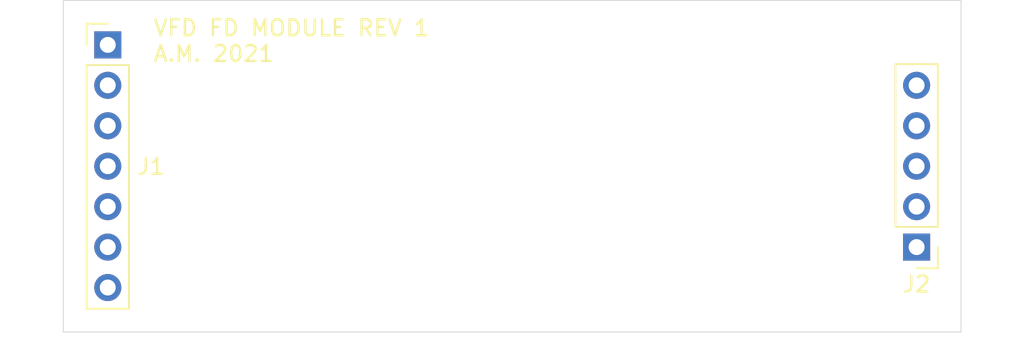
<source format=kicad_pcb>
(kicad_pcb (version 20211014) (generator pcbnew)
  (layers (0 "F.Cu" signal) (31 "B.Cu" signal) (34 "B.Paste" user) (35 "F.Paste" user) (36 "B.SilkS" user "B.Silkscreen") (37 "F.SilkS" user "F.Silkscreen") (38 "B.Mask" user) (39 "F.Mask" user) (44 "Edge.Cuts" user))
  (net 0 "")
  (net 1 "V_IN")
  (net 2 "GND")
  (net 3 "Filament_Out_A")
  (net 4 "Filament_Bias")
  (net 5 "Filament_Out_B")
  (net 6 "Reg_Adj")
  (net 7 "Reg_Enable")
  (net 8 "Invert_Enable")
  (net 9 "V_Filament_DC")
  (footprint "Connector_PinHeader_2.54mm:PinHeader_1x07_P2.54mm_Vertical" (layer "F.Cu") (at 132.08 73.66)
    (fp_text reference "J1" (at 2.72 7.64) (layer "F.SilkS"))
    (fp_text value "Conn_01x07_Male")
    (fp_line (start -1.33 16.57) (end 1.33 16.57) (layer "F.SilkS") (width 0.12))
    (fp_line (start -1.33 1.27) (end 1.33 1.27) (layer "F.SilkS") (width 0.12))
    (fp_line (start -1.33 1.27) (end -1.33 16.57) (layer "F.SilkS") (width 0.12))
    (fp_line (start -1.33 0) (end -1.33 -1.33) (layer "F.SilkS") (width 0.12))
    (fp_line (start 1.33 1.27) (end 1.33 16.57) (layer "F.SilkS") (width 0.12))
    (fp_line (start -1.33 -1.33) (end 0 -1.33) (layer "F.SilkS") (width 0.12))
    (pad "1" thru_hole rect locked (at 0 0) (size 1.7 1.7) (drill 1) (layers *.Cu *.Mask) (net 2 "GND"))
    (pad "2" thru_hole oval locked (at 0 2.54) (size 1.7 1.7) (drill 1) (layers *.Cu *.Mask) (net 8 "Invert_Enable"))
    (pad "3" thru_hole oval locked (at 0 5.08) (size 1.7 1.7) (drill 1) (layers *.Cu *.Mask) (net 9 "V_Filament_DC"))
    (pad "4" thru_hole oval locked (at 0 7.62) (size 1.7 1.7) (drill 1) (layers *.Cu *.Mask) (net 6 "Reg_Adj"))
    (pad "5" thru_hole oval locked (at 0 10.16) (size 1.7 1.7) (drill 1) (layers *.Cu *.Mask) (net 7 "Reg_Enable"))
    (pad "6" thru_hole oval locked (at 0 12.7) (size 1.7 1.7) (drill 1) (layers *.Cu *.Mask) (net 1 "V_IN"))
    (pad "7" thru_hole oval locked (at 0 15.24) (size 1.7 1.7) (drill 1) (layers *.Cu *.Mask) (net 2 "GND"))
  )
  (footprint "Connector_PinHeader_2.54mm:PinHeader_1x05_P2.54mm_Vertical" (layer "F.Cu") (at 182.88 86.36 180)
    (fp_text reference "J2" (at 0 -2.33) (layer "F.SilkS"))
    (fp_text value "Conn_01x05_Male")
    (fp_line (start -1.33 1.27) (end -1.33 11.49) (layer "F.SilkS") (width 0.12))
    (fp_line (start -1.33 0) (end -1.33 -1.33) (layer "F.SilkS") (width 0.12))
    (fp_line (start -1.33 -1.33) (end 0 -1.33) (layer "F.SilkS") (width 0.12))
    (fp_line (start 1.33 1.27) (end 1.33 11.49) (layer "F.SilkS") (width 0.12))
    (fp_line (start -1.33 1.27) (end 1.33 1.27) (layer "F.SilkS") (width 0.12))
    (fp_line (start -1.33 11.49) (end 1.33 11.49) (layer "F.SilkS") (width 0.12))
    (pad "1" thru_hole rect locked (at 0 0 180) (size 1.7 1.7) (drill 1) (layers *.Cu *.Mask) (net 2 "GND"))
    (pad "2" thru_hole oval locked (at 0 2.54 180) (size 1.7 1.7) (drill 1) (layers *.Cu *.Mask) (net 5 "Filament_Out_B"))
    (pad "3" thru_hole oval locked (at 0 5.08 180) (size 1.7 1.7) (drill 1) (layers *.Cu *.Mask) (net 4 "Filament_Bias"))
    (pad "4" thru_hole oval locked (at 0 7.62 180) (size 1.7 1.7) (drill 1) (layers *.Cu *.Mask) (net 3 "Filament_Out_A"))
    (pad "5" thru_hole oval locked (at 0 10.16 180) (size 1.7 1.7) (drill 1) (layers *.Cu *.Mask) (net 2 "GND"))
  )
  (gr_line (start 185.674 70.866) (end 129.286 70.866) (layer "Edge.Cuts") (width 0.05))
  (gr_line (start 185.674 91.694) (end 185.674 70.866) (layer "Edge.Cuts") (width 0.05))
  (gr_line (start 129.286 91.694) (end 185.674 91.694) (layer "Edge.Cuts") (width 0.05))
  (gr_line (start 129.286 70.866) (end 129.286 91.694) (layer "Edge.Cuts") (width 0.05))
  (gr_text "VFD FD MODULE REV 1\nA.M. 2021" (at 134.874 73.406) (layer "F.SilkS") (effects (font (size 1 1)) (justify left)))
  (segment (start 132.39 88.59) (end 132.08 88.9) (width 0.25) (layer "F.Cu") (net 2))
)
</source>
